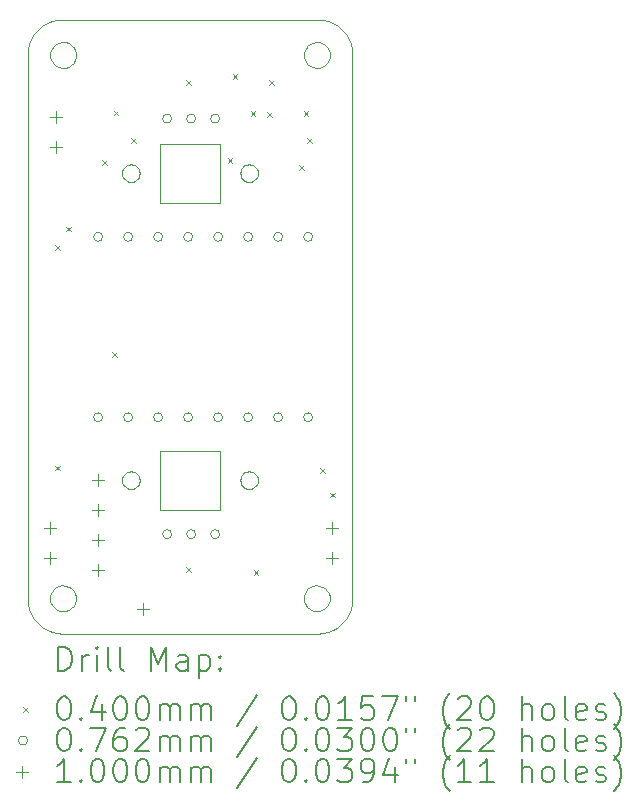
<source format=gbr>
%TF.GenerationSoftware,KiCad,Pcbnew,7.0.7*%
%TF.CreationDate,2024-10-15T08:59:56-05:00*%
%TF.ProjectId,OM-EPSC3-Micro,4f4d2d45-5053-4433-932d-4d6963726f2e,rev?*%
%TF.SameCoordinates,Original*%
%TF.FileFunction,Drillmap*%
%TF.FilePolarity,Positive*%
%FSLAX45Y45*%
G04 Gerber Fmt 4.5, Leading zero omitted, Abs format (unit mm)*
G04 Created by KiCad (PCBNEW 7.0.7) date 2024-10-15 08:59:56*
%MOMM*%
%LPD*%
G01*
G04 APERTURE LIST*
%ADD10C,0.003779*%
%ADD11C,0.200000*%
%ADD12C,0.040000*%
%ADD13C,0.076200*%
%ADD14C,0.100000*%
G04 APERTURE END LIST*
D10*
X22016500Y-10617700D02*
X22016500Y-10706100D01*
X21489500Y-9156100D02*
X21899100Y-9156100D01*
X22729000Y-10391100D02*
X22718300Y-10399384D01*
X21085000Y-9483500D02*
X21095100Y-9509100D01*
X22701500Y-10493600D02*
X22713500Y-10509100D01*
X21804000Y-10521100D02*
X21819500Y-10509100D01*
X21095100Y-14109100D02*
X21111300Y-14131400D01*
X23235000Y-9428700D02*
X23231500Y-9456100D01*
X21095100Y-9403100D02*
X21085000Y-9428700D01*
X22016500Y-13306100D02*
X22516500Y-13306100D01*
X21729000Y-13121100D02*
X21747100Y-13128500D01*
X21766500Y-10381100D02*
X21747100Y-10383700D01*
X20906200Y-9363400D02*
X20924200Y-9319900D01*
X23641500Y-10617700D02*
X23641500Y-12256100D01*
X21831500Y-10418600D02*
X21827087Y-10412900D01*
X21694300Y-10436211D02*
X21694100Y-10436700D01*
X21144600Y-14352400D02*
X21098800Y-14341400D01*
X21212100Y-9348000D02*
X21184600Y-9346300D01*
X23411600Y-14140900D02*
X23430500Y-14120800D01*
X21899100Y-9156100D02*
X22718300Y-9156100D01*
X21729000Y-12991100D02*
X21713500Y-13003100D01*
X23245100Y-9509100D02*
X23261300Y-9531400D01*
X23641500Y-12256100D02*
X23641500Y-13075300D01*
X23430500Y-13991400D02*
X23411600Y-13971300D01*
X23641500Y-13248368D02*
X23641500Y-13494166D01*
X23334600Y-9565900D02*
X23362100Y-9564200D01*
X23584200Y-14232400D02*
X23553600Y-14268200D01*
X23388300Y-9356600D02*
X23362100Y-9348000D01*
X21015200Y-14298800D02*
X20979400Y-14268200D01*
X21184600Y-9565900D02*
X21212100Y-9564200D01*
X21747100Y-12983700D02*
X21729000Y-12991100D01*
X23282600Y-9549000D02*
X23307500Y-9560700D01*
X21838900Y-10436700D02*
X21831500Y-10418600D01*
X22819500Y-13003100D02*
X22804000Y-12991100D01*
X22804000Y-10521100D02*
X22819500Y-10509100D01*
X21694073Y-13075300D02*
X21694100Y-13075500D01*
X21831500Y-13018600D02*
X21819500Y-13003100D01*
X23428149Y-9388900D02*
X23411600Y-9371300D01*
X21284700Y-9399042D02*
X21280500Y-9391400D01*
X20906200Y-14148800D02*
X20895200Y-14103000D01*
X21111300Y-9380800D02*
X21105416Y-9388900D01*
X23411600Y-9371300D02*
X23388300Y-9356600D01*
X21838927Y-13075300D02*
X21841500Y-13056100D01*
X23517800Y-9213400D02*
X23537500Y-9230239D01*
X21085000Y-14028700D02*
X21081500Y-14056100D01*
X23537500Y-9230239D02*
X23553600Y-9244000D01*
X23641500Y-14056100D02*
X23637800Y-14103000D01*
X23282600Y-13963200D02*
X23261300Y-13980800D01*
X21080277Y-9178465D02*
X21098800Y-9170800D01*
X23307500Y-9351500D02*
X23282600Y-9363200D01*
X22718300Y-10512816D02*
X22729000Y-10521100D01*
X21831500Y-13093600D02*
X21838900Y-13075500D01*
X21280500Y-9520800D02*
X21284700Y-9513158D01*
X23307500Y-9560700D02*
X23332700Y-9565536D01*
X23388300Y-13956599D02*
X23362100Y-13948000D01*
X21079900Y-9178621D02*
X21080277Y-9178465D01*
X20979400Y-14268200D02*
X20948800Y-14232400D01*
X22804000Y-13121100D02*
X22819500Y-13109100D01*
X20948800Y-14232400D02*
X20924200Y-14192300D01*
X21691500Y-13056100D02*
X21694073Y-13075300D01*
X21238300Y-9555600D02*
X21261600Y-9540900D01*
X21085000Y-14083500D02*
X21091234Y-14099300D01*
X23411600Y-13971300D02*
X23388300Y-13956599D01*
X23334600Y-14165900D02*
X23362100Y-14164200D01*
X23443800Y-14015600D02*
X23430500Y-13991400D01*
X21081500Y-14056100D02*
X21085000Y-14083500D01*
X22694100Y-10436700D02*
X22691500Y-10456100D01*
X22701500Y-13093600D02*
X22713500Y-13109100D01*
X21261600Y-9540900D02*
X21280500Y-9520800D01*
X22516500Y-13306100D02*
X22516500Y-13075300D01*
X23362100Y-13948000D02*
X23334600Y-13946300D01*
X22713500Y-13003100D02*
X22701500Y-13018600D01*
X21212100Y-14164200D02*
X21238300Y-14155600D01*
X21284700Y-13999042D02*
X21280500Y-13991400D01*
X22718300Y-9156100D02*
X23127900Y-9156100D01*
X21278149Y-9388900D02*
X21261600Y-9371300D01*
X21238300Y-14155600D02*
X21261600Y-14140900D01*
X20891500Y-10706100D02*
X20891500Y-10617700D01*
X23553600Y-9244000D02*
X23584200Y-9279800D01*
X21144600Y-9159800D02*
X21191500Y-9156100D01*
X21827087Y-10412900D02*
X21819500Y-10403100D01*
X23282600Y-14149000D02*
X23307500Y-14160700D01*
X21157500Y-9351500D02*
X21132600Y-9363200D01*
X22804000Y-10391100D02*
X22785900Y-10383700D01*
X21899100Y-14356100D02*
X21489500Y-14356100D01*
X22694100Y-10475500D02*
X22701500Y-10493600D01*
X23641500Y-13075300D02*
X23641500Y-13248368D01*
X21157500Y-13951500D02*
X21132600Y-13963200D01*
X22516500Y-10617700D02*
X22516500Y-10206100D01*
X21261600Y-9371300D02*
X21238300Y-9356600D01*
X21729000Y-10391100D02*
X21713500Y-10403100D01*
X23517800Y-14298800D02*
X23509160Y-14304100D01*
X21841500Y-13056100D02*
X21838900Y-13036700D01*
X21055300Y-14323400D02*
X21015200Y-14298800D01*
X23626800Y-14148800D02*
X23608800Y-14192300D01*
X22691500Y-10456100D02*
X22694100Y-10475500D01*
X23307500Y-14160700D02*
X23334600Y-14165900D01*
X23641500Y-13494166D02*
X23641500Y-13827551D01*
X23245100Y-9403100D02*
X23235000Y-9428700D01*
X22691500Y-13056100D02*
X22694073Y-13075300D01*
X21238300Y-9356600D02*
X21212100Y-9348000D01*
X22016500Y-10206100D02*
X22016500Y-10617700D01*
X21293800Y-9415600D02*
X21284700Y-9399042D01*
X21838900Y-13075500D02*
X21838927Y-13075300D01*
X21831500Y-10493600D02*
X21838900Y-10475500D01*
X23608800Y-9319900D02*
X23626800Y-9363400D01*
X23450600Y-9469900D02*
X23450600Y-9442300D01*
X22747100Y-12983700D02*
X22729000Y-12991100D01*
X23245100Y-14003100D02*
X23235000Y-14028700D01*
X23450600Y-9442300D02*
X23443800Y-9415600D01*
X20891500Y-10617700D02*
X20891500Y-9456100D01*
X22785900Y-10528500D02*
X22804000Y-10521100D01*
X22016500Y-13075300D02*
X22016500Y-13306100D01*
X23450600Y-14042300D02*
X23443800Y-14015600D01*
X21300600Y-9442300D02*
X21293800Y-9415600D01*
X21184600Y-14165900D02*
X21212100Y-14164200D01*
X23477700Y-14323400D02*
X23434200Y-14341400D01*
X21280500Y-9391400D02*
X21278149Y-9388900D01*
X22016500Y-10706100D02*
X22516500Y-10706100D01*
X22831500Y-13093600D02*
X22838900Y-13075500D01*
X23641500Y-9798500D02*
X23641500Y-10617700D01*
X23537500Y-14281961D02*
X23517800Y-14298800D01*
X22701500Y-10418600D02*
X22694100Y-10436700D01*
X21191500Y-14356100D02*
X21144600Y-14352400D01*
X23434200Y-14341400D02*
X23388400Y-14352400D01*
X23334600Y-13946300D02*
X23332700Y-13946664D01*
X23235000Y-9483500D02*
X23245100Y-9509100D01*
X20948800Y-9279800D02*
X20979400Y-9244000D01*
X20891500Y-12256100D02*
X20891500Y-10706100D01*
X22747100Y-13128500D02*
X22766500Y-13131100D01*
X21157500Y-14160700D02*
X21184600Y-14165900D01*
X22747100Y-10383700D02*
X22729000Y-10391100D01*
X21819500Y-13109100D02*
X21831500Y-13093600D01*
X21838900Y-13036700D02*
X21831500Y-13018600D01*
X22713500Y-13109100D02*
X22718300Y-13112816D01*
X22819500Y-10509100D02*
X22831500Y-10493600D01*
X23637800Y-9409200D02*
X23641500Y-9456100D01*
X22838900Y-13036700D02*
X22831500Y-13018600D01*
X22694100Y-13036700D02*
X22691500Y-13056100D01*
X21280500Y-14120800D02*
X21292316Y-14099300D01*
X23261300Y-9380800D02*
X23255416Y-9388900D01*
X23608800Y-14192300D02*
X23584200Y-14232400D01*
X21055300Y-9188800D02*
X21079900Y-9178621D01*
X20924200Y-9319900D02*
X20948800Y-9279800D01*
X21691500Y-10456100D02*
X21694100Y-10475500D01*
X21132600Y-9363200D02*
X21111300Y-9380800D01*
X22785900Y-10383700D02*
X22766500Y-10381100D01*
X21081500Y-9456100D02*
X21085000Y-9483500D01*
X21184600Y-9346300D02*
X21157500Y-9351500D01*
X21713500Y-10403100D02*
X21705913Y-10412900D01*
X23637800Y-14103000D02*
X23626800Y-14148800D01*
X23443800Y-9496600D02*
X23450600Y-9469900D01*
X23411600Y-9540900D02*
X23430500Y-9520800D01*
X21300600Y-14042300D02*
X21293800Y-14015600D01*
X22831500Y-10418600D02*
X22827087Y-10412900D01*
X22718300Y-14356100D02*
X21899100Y-14356100D01*
X21212100Y-9564200D02*
X21238300Y-9555600D01*
X21694100Y-10436700D02*
X21691500Y-10456100D01*
X21098800Y-14341400D02*
X21079900Y-14333579D01*
X21091234Y-14099300D02*
X21095100Y-14109100D01*
X21300600Y-9469900D02*
X21300600Y-9442300D01*
X23509160Y-14304100D02*
X23477700Y-14323400D01*
X22729000Y-12991100D02*
X22718300Y-12999384D01*
X21085000Y-9428700D02*
X21081500Y-9456100D01*
X21261600Y-14140900D02*
X21280500Y-14120800D01*
X21713500Y-10509100D02*
X21729000Y-10521100D01*
X23261300Y-13980800D02*
X23245100Y-14003100D01*
X23362100Y-14164200D02*
X23388300Y-14155600D01*
X23434200Y-9170800D02*
X23477700Y-9188800D01*
X20979400Y-9244000D02*
X21015200Y-9213400D01*
X23641500Y-9456100D02*
X23641500Y-9798500D01*
X22827087Y-10412900D02*
X22819500Y-10403100D01*
X21701500Y-10493600D02*
X21713500Y-10509100D01*
X21098800Y-9170800D02*
X21144600Y-9159800D01*
X21111300Y-9531400D02*
X21132600Y-9549000D01*
X22729000Y-13121100D02*
X22747100Y-13128500D01*
X21747100Y-10383700D02*
X21729000Y-10391100D01*
X23626800Y-9363400D02*
X23637800Y-9409200D01*
X21261600Y-13971300D02*
X21238300Y-13956599D01*
X22516500Y-10206100D02*
X22016500Y-10206100D01*
X22841500Y-13056100D02*
X22838900Y-13036700D01*
X23442316Y-14099300D02*
X23443800Y-14096600D01*
X22713500Y-10403100D02*
X22701500Y-10418600D01*
X22718300Y-13112816D02*
X22729000Y-13121100D01*
X23430500Y-14120800D02*
X23442316Y-14099300D01*
X22701500Y-13018600D02*
X22694100Y-13036700D01*
X23388300Y-14155600D02*
X23411600Y-14140900D01*
X23282600Y-9363200D02*
X23261300Y-9380800D01*
X21293800Y-14096600D02*
X21300600Y-14069900D01*
X21785900Y-13128500D02*
X21804000Y-13121100D01*
X23443800Y-14096600D02*
X23450600Y-14069900D01*
X23450600Y-14069900D02*
X23450600Y-14042300D01*
X23261300Y-14131400D02*
X23282600Y-14149000D01*
X21132600Y-14149000D02*
X21157500Y-14160700D01*
X21838900Y-10475500D02*
X21841500Y-10456100D01*
X21841500Y-10456100D02*
X21838900Y-10436700D01*
X23235000Y-14083500D02*
X23241234Y-14099300D01*
X21729000Y-10521100D02*
X21747100Y-10528500D01*
X22804000Y-12991100D02*
X22785900Y-12983700D01*
X23388400Y-9159800D02*
X23434200Y-9170800D01*
X21184600Y-13946300D02*
X21157500Y-13951500D01*
X20924200Y-14192300D02*
X20906200Y-14148800D01*
X22831500Y-10493600D02*
X22838900Y-10475500D01*
X20895200Y-14103000D02*
X20891500Y-14056100D01*
X21292316Y-14099300D02*
X21293800Y-14096600D01*
X22516500Y-10706100D02*
X22516500Y-10617700D01*
X21701500Y-13093600D02*
X21713500Y-13109100D01*
X21095100Y-14003100D02*
X21085000Y-14028700D01*
X22841500Y-10456100D02*
X22838900Y-10436700D01*
X22785900Y-13128500D02*
X22804000Y-13121100D01*
X23641500Y-13894500D02*
X23641500Y-14056100D01*
X22729000Y-10521100D02*
X22747100Y-10528500D01*
X21079900Y-14333579D02*
X21055300Y-14323400D01*
X21293800Y-14015600D02*
X21284700Y-13999042D01*
X23231500Y-14056100D02*
X23235000Y-14083500D01*
X21694300Y-10475989D02*
X21701500Y-10493600D01*
X21785900Y-10383700D02*
X21766500Y-10381100D01*
X23209248Y-9156100D02*
X23341500Y-9156100D01*
X21111300Y-14131400D02*
X21132600Y-14149000D01*
X21280500Y-13991400D02*
X21261600Y-13971300D01*
X23341500Y-14356100D02*
X23127900Y-14356100D01*
X23334600Y-9346300D02*
X23307500Y-9351500D01*
X21694100Y-13036700D02*
X21691500Y-13056100D01*
X23307500Y-13951500D02*
X23282600Y-13963200D01*
X21212100Y-13948000D02*
X21184600Y-13946300D01*
X21804000Y-10391100D02*
X21785900Y-10383700D01*
X22785900Y-12983700D02*
X22766500Y-12981100D01*
X21105416Y-9388900D02*
X21095100Y-9403100D01*
X23430500Y-9391400D02*
X23428149Y-9388900D01*
X22838900Y-10436700D02*
X22831500Y-10418600D01*
X21157500Y-9560700D02*
X21184600Y-9565900D01*
X21766500Y-13131100D02*
X21785900Y-13128500D01*
X23332700Y-13946664D02*
X23307500Y-13951500D01*
X22838900Y-13075500D02*
X22838927Y-13075300D01*
X21785900Y-10528500D02*
X21804000Y-10521100D01*
X21804000Y-12991100D02*
X21785900Y-12983700D01*
X22694073Y-13075300D02*
X22694100Y-13075500D01*
X20891500Y-13894500D02*
X20891500Y-12256100D01*
X21132600Y-13963200D02*
X21111300Y-13980800D01*
X22516500Y-12806100D02*
X22016500Y-12806100D01*
X22718300Y-12999384D02*
X22713500Y-13003100D01*
X21819500Y-10509100D02*
X21831500Y-10493600D01*
X23241234Y-14099300D02*
X23245100Y-14109100D01*
X23231500Y-9456100D02*
X23235000Y-9483500D01*
X23443800Y-9415600D02*
X23430500Y-9391400D01*
X21747100Y-10528500D02*
X21766500Y-10531100D01*
X21095100Y-9509100D02*
X21111300Y-9531400D01*
X23362100Y-9564200D02*
X23388300Y-9555600D01*
X23245100Y-14109100D02*
X23261300Y-14131400D01*
X23430500Y-9520800D02*
X23443800Y-9496600D01*
X22747100Y-10528500D02*
X22766500Y-10531100D01*
X21713500Y-13109100D02*
X21729000Y-13121100D01*
X23255416Y-9388900D02*
X23245100Y-9403100D01*
X21489500Y-14356100D02*
X21191500Y-14356100D01*
X22819500Y-10403100D02*
X22804000Y-10391100D01*
X21705913Y-10412900D02*
X21701500Y-10418600D01*
X21819500Y-13003100D02*
X21804000Y-12991100D01*
X22831500Y-13018600D02*
X22819500Y-13003100D01*
X23332700Y-9565536D02*
X23334600Y-9565900D01*
X21694100Y-10475500D02*
X21694300Y-10475989D01*
X22516500Y-13075300D02*
X22516500Y-12806100D01*
X21111300Y-13980800D02*
X21095100Y-14003100D01*
X22766500Y-10531100D02*
X22785900Y-10528500D01*
X22016500Y-12806100D02*
X22016500Y-13075300D01*
X21694100Y-13075500D02*
X21701500Y-13093600D01*
X22838900Y-10475500D02*
X22841500Y-10456100D01*
X22766500Y-10381100D02*
X22747100Y-10383700D01*
X23261300Y-9531400D02*
X23282600Y-9549000D01*
X23641500Y-13827551D02*
X23641500Y-13894500D01*
X20895200Y-9409200D02*
X20906200Y-9363400D01*
X22766500Y-13131100D02*
X22785900Y-13128500D01*
X23341500Y-9156100D02*
X23388400Y-9159800D01*
X21132600Y-9549000D02*
X21157500Y-9560700D01*
X20891500Y-9456100D02*
X20895200Y-9409200D01*
X21300600Y-14069900D02*
X21300600Y-14042300D01*
X22718300Y-10399384D02*
X22713500Y-10403100D01*
X23388400Y-14352400D02*
X23341500Y-14356100D01*
X21238300Y-13956599D02*
X21212100Y-13948000D01*
X23553600Y-14268200D02*
X23537500Y-14281961D01*
X22713500Y-10509100D02*
X22718300Y-10512816D01*
X22766500Y-12981100D02*
X22747100Y-12983700D01*
X23477700Y-9188800D02*
X23517800Y-9213400D01*
X23388300Y-9555600D02*
X23411600Y-9540900D01*
X21701500Y-10418600D02*
X21694300Y-10436211D01*
X21819500Y-10403100D02*
X21804000Y-10391100D01*
X21701500Y-13018600D02*
X21694100Y-13036700D01*
X21191500Y-9156100D02*
X21489500Y-9156100D01*
X21293800Y-9496600D02*
X21300600Y-9469900D01*
X21284700Y-9513158D02*
X21293800Y-9496600D01*
X20891500Y-14056100D02*
X20891500Y-13894500D01*
X23127900Y-14356100D02*
X22718300Y-14356100D01*
X22819500Y-13109100D02*
X22831500Y-13093600D01*
X23584200Y-9279800D02*
X23608800Y-9319900D01*
X23127900Y-9156100D02*
X23209248Y-9156100D01*
X21747100Y-13128500D02*
X21766500Y-13131100D01*
X21804000Y-13121100D02*
X21819500Y-13109100D01*
X21713500Y-13003100D02*
X21701500Y-13018600D01*
X21015200Y-9213400D02*
X21055300Y-9188800D01*
X21785900Y-12983700D02*
X21766500Y-12981100D01*
X22694100Y-13075500D02*
X22701500Y-13093600D01*
X23362100Y-9348000D02*
X23334600Y-9346300D01*
X21766500Y-10531100D02*
X21785900Y-10528500D01*
X22838927Y-13075300D02*
X22841500Y-13056100D01*
X21766500Y-12981100D02*
X21747100Y-12983700D01*
X23235000Y-14028700D02*
X23231500Y-14056100D01*
D11*
D12*
X21125300Y-11063510D02*
X21165300Y-11103510D01*
X21165300Y-11063510D02*
X21125300Y-11103510D01*
X21125500Y-12934000D02*
X21165500Y-12974000D01*
X21165500Y-12934000D02*
X21125500Y-12974000D01*
X21219220Y-10908600D02*
X21259220Y-10948600D01*
X21259220Y-10908600D02*
X21219220Y-10948600D01*
X21523780Y-10347780D02*
X21563780Y-10387780D01*
X21563780Y-10347780D02*
X21523780Y-10387780D01*
X21609260Y-11969920D02*
X21649260Y-12009920D01*
X21649260Y-11969920D02*
X21609260Y-12009920D01*
X21620800Y-9927460D02*
X21660800Y-9967460D01*
X21660800Y-9927460D02*
X21620800Y-9967460D01*
X21768420Y-10159210D02*
X21808420Y-10199210D01*
X21808420Y-10159210D02*
X21768420Y-10199210D01*
X22231670Y-9669680D02*
X22271670Y-9709680D01*
X22271670Y-9669680D02*
X22231670Y-9709680D01*
X22234460Y-13794130D02*
X22274460Y-13834130D01*
X22274460Y-13794130D02*
X22234460Y-13834130D01*
X22586000Y-10330500D02*
X22626000Y-10370500D01*
X22626000Y-10330500D02*
X22586000Y-10370500D01*
X22627130Y-9619870D02*
X22667130Y-9659870D01*
X22667130Y-9619870D02*
X22627130Y-9659870D01*
X22780200Y-9931680D02*
X22820200Y-9971680D01*
X22820200Y-9931680D02*
X22780200Y-9971680D01*
X22806250Y-13820070D02*
X22846250Y-13860070D01*
X22846250Y-13820070D02*
X22806250Y-13860070D01*
X22916590Y-9937230D02*
X22956590Y-9977230D01*
X22956590Y-9937230D02*
X22916590Y-9977230D01*
X22935400Y-9670360D02*
X22975400Y-9710360D01*
X22975400Y-9670360D02*
X22935400Y-9710360D01*
X23193000Y-10387650D02*
X23233000Y-10427650D01*
X23233000Y-10387650D02*
X23193000Y-10427650D01*
X23227670Y-9933460D02*
X23267670Y-9973460D01*
X23267670Y-9933460D02*
X23227670Y-9973460D01*
X23259510Y-10161200D02*
X23299510Y-10201200D01*
X23299510Y-10161200D02*
X23259510Y-10201200D01*
X23370860Y-12953100D02*
X23410860Y-12993100D01*
X23410860Y-12953100D02*
X23370860Y-12993100D01*
X23454070Y-13161640D02*
X23494070Y-13201640D01*
X23494070Y-13161640D02*
X23454070Y-13201640D01*
D13*
X21526500Y-10996600D02*
G75*
G03*
X21526500Y-10996600I-38100J0D01*
G01*
X21526500Y-12523800D02*
G75*
G03*
X21526500Y-12523800I-38100J0D01*
G01*
X21780500Y-10996600D02*
G75*
G03*
X21780500Y-10996600I-38100J0D01*
G01*
X21780500Y-12523800D02*
G75*
G03*
X21780500Y-12523800I-38100J0D01*
G01*
X22034500Y-10996600D02*
G75*
G03*
X22034500Y-10996600I-38100J0D01*
G01*
X22034500Y-12523800D02*
G75*
G03*
X22034500Y-12523800I-38100J0D01*
G01*
X22110700Y-9994900D02*
G75*
G03*
X22110700Y-9994900I-38100J0D01*
G01*
X22110700Y-13512800D02*
G75*
G03*
X22110700Y-13512800I-38100J0D01*
G01*
X22288500Y-10996600D02*
G75*
G03*
X22288500Y-10996600I-38100J0D01*
G01*
X22288500Y-12523800D02*
G75*
G03*
X22288500Y-12523800I-38100J0D01*
G01*
X22313900Y-9994900D02*
G75*
G03*
X22313900Y-9994900I-38100J0D01*
G01*
X22313900Y-13512800D02*
G75*
G03*
X22313900Y-13512800I-38100J0D01*
G01*
X22517100Y-9994900D02*
G75*
G03*
X22517100Y-9994900I-38100J0D01*
G01*
X22517100Y-13512800D02*
G75*
G03*
X22517100Y-13512800I-38100J0D01*
G01*
X22542500Y-10996600D02*
G75*
G03*
X22542500Y-10996600I-38100J0D01*
G01*
X22542500Y-12523800D02*
G75*
G03*
X22542500Y-12523800I-38100J0D01*
G01*
X22796500Y-10996600D02*
G75*
G03*
X22796500Y-10996600I-38100J0D01*
G01*
X22796500Y-12523800D02*
G75*
G03*
X22796500Y-12523800I-38100J0D01*
G01*
X23050500Y-10996600D02*
G75*
G03*
X23050500Y-10996600I-38100J0D01*
G01*
X23050500Y-12523800D02*
G75*
G03*
X23050500Y-12523800I-38100J0D01*
G01*
X23304500Y-10996600D02*
G75*
G03*
X23304500Y-10996600I-38100J0D01*
G01*
X23304500Y-12523800D02*
G75*
G03*
X23304500Y-12523800I-38100J0D01*
G01*
D14*
X21082000Y-13412000D02*
X21082000Y-13512000D01*
X21032000Y-13462000D02*
X21132000Y-13462000D01*
X21082000Y-13666000D02*
X21082000Y-13766000D01*
X21032000Y-13716000D02*
X21132000Y-13716000D01*
X21132800Y-9934200D02*
X21132800Y-10034200D01*
X21082800Y-9984200D02*
X21182800Y-9984200D01*
X21132800Y-10184200D02*
X21132800Y-10284200D01*
X21082800Y-10234200D02*
X21182800Y-10234200D01*
X21488400Y-13005600D02*
X21488400Y-13105600D01*
X21438400Y-13055600D02*
X21538400Y-13055600D01*
X21488400Y-13259600D02*
X21488400Y-13359600D01*
X21438400Y-13309600D02*
X21538400Y-13309600D01*
X21488400Y-13513600D02*
X21488400Y-13613600D01*
X21438400Y-13563600D02*
X21538400Y-13563600D01*
X21488400Y-13767600D02*
X21488400Y-13867600D01*
X21438400Y-13817600D02*
X21538400Y-13817600D01*
X21869400Y-14097800D02*
X21869400Y-14197800D01*
X21819400Y-14147800D02*
X21919400Y-14147800D01*
X23469600Y-13412000D02*
X23469600Y-13512000D01*
X23419600Y-13462000D02*
X23519600Y-13462000D01*
X23469600Y-13666000D02*
X23469600Y-13766000D01*
X23419600Y-13716000D02*
X23519600Y-13716000D01*
D11*
X21152088Y-14667772D02*
X21152088Y-14467772D01*
X21152088Y-14467772D02*
X21199707Y-14467772D01*
X21199707Y-14467772D02*
X21228278Y-14477296D01*
X21228278Y-14477296D02*
X21247326Y-14496344D01*
X21247326Y-14496344D02*
X21256850Y-14515391D01*
X21256850Y-14515391D02*
X21266374Y-14553487D01*
X21266374Y-14553487D02*
X21266374Y-14582058D01*
X21266374Y-14582058D02*
X21256850Y-14620153D01*
X21256850Y-14620153D02*
X21247326Y-14639201D01*
X21247326Y-14639201D02*
X21228278Y-14658249D01*
X21228278Y-14658249D02*
X21199707Y-14667772D01*
X21199707Y-14667772D02*
X21152088Y-14667772D01*
X21352088Y-14667772D02*
X21352088Y-14534439D01*
X21352088Y-14572534D02*
X21361612Y-14553487D01*
X21361612Y-14553487D02*
X21371136Y-14543963D01*
X21371136Y-14543963D02*
X21390183Y-14534439D01*
X21390183Y-14534439D02*
X21409231Y-14534439D01*
X21475897Y-14667772D02*
X21475897Y-14534439D01*
X21475897Y-14467772D02*
X21466374Y-14477296D01*
X21466374Y-14477296D02*
X21475897Y-14486820D01*
X21475897Y-14486820D02*
X21485421Y-14477296D01*
X21485421Y-14477296D02*
X21475897Y-14467772D01*
X21475897Y-14467772D02*
X21475897Y-14486820D01*
X21599707Y-14667772D02*
X21580659Y-14658249D01*
X21580659Y-14658249D02*
X21571136Y-14639201D01*
X21571136Y-14639201D02*
X21571136Y-14467772D01*
X21704469Y-14667772D02*
X21685421Y-14658249D01*
X21685421Y-14658249D02*
X21675897Y-14639201D01*
X21675897Y-14639201D02*
X21675897Y-14467772D01*
X21933040Y-14667772D02*
X21933040Y-14467772D01*
X21933040Y-14467772D02*
X21999707Y-14610630D01*
X21999707Y-14610630D02*
X22066374Y-14467772D01*
X22066374Y-14467772D02*
X22066374Y-14667772D01*
X22247326Y-14667772D02*
X22247326Y-14563011D01*
X22247326Y-14563011D02*
X22237802Y-14543963D01*
X22237802Y-14543963D02*
X22218755Y-14534439D01*
X22218755Y-14534439D02*
X22180659Y-14534439D01*
X22180659Y-14534439D02*
X22161612Y-14543963D01*
X22247326Y-14658249D02*
X22228278Y-14667772D01*
X22228278Y-14667772D02*
X22180659Y-14667772D01*
X22180659Y-14667772D02*
X22161612Y-14658249D01*
X22161612Y-14658249D02*
X22152088Y-14639201D01*
X22152088Y-14639201D02*
X22152088Y-14620153D01*
X22152088Y-14620153D02*
X22161612Y-14601106D01*
X22161612Y-14601106D02*
X22180659Y-14591582D01*
X22180659Y-14591582D02*
X22228278Y-14591582D01*
X22228278Y-14591582D02*
X22247326Y-14582058D01*
X22342564Y-14534439D02*
X22342564Y-14734439D01*
X22342564Y-14543963D02*
X22361612Y-14534439D01*
X22361612Y-14534439D02*
X22399707Y-14534439D01*
X22399707Y-14534439D02*
X22418755Y-14543963D01*
X22418755Y-14543963D02*
X22428278Y-14553487D01*
X22428278Y-14553487D02*
X22437802Y-14572534D01*
X22437802Y-14572534D02*
X22437802Y-14629677D01*
X22437802Y-14629677D02*
X22428278Y-14648725D01*
X22428278Y-14648725D02*
X22418755Y-14658249D01*
X22418755Y-14658249D02*
X22399707Y-14667772D01*
X22399707Y-14667772D02*
X22361612Y-14667772D01*
X22361612Y-14667772D02*
X22342564Y-14658249D01*
X22523516Y-14648725D02*
X22533040Y-14658249D01*
X22533040Y-14658249D02*
X22523516Y-14667772D01*
X22523516Y-14667772D02*
X22513993Y-14658249D01*
X22513993Y-14658249D02*
X22523516Y-14648725D01*
X22523516Y-14648725D02*
X22523516Y-14667772D01*
X22523516Y-14543963D02*
X22533040Y-14553487D01*
X22533040Y-14553487D02*
X22523516Y-14563011D01*
X22523516Y-14563011D02*
X22513993Y-14553487D01*
X22513993Y-14553487D02*
X22523516Y-14543963D01*
X22523516Y-14543963D02*
X22523516Y-14563011D01*
D12*
X20851311Y-14976289D02*
X20891311Y-15016289D01*
X20891311Y-14976289D02*
X20851311Y-15016289D01*
D11*
X21190183Y-14887772D02*
X21209231Y-14887772D01*
X21209231Y-14887772D02*
X21228278Y-14897296D01*
X21228278Y-14897296D02*
X21237802Y-14906820D01*
X21237802Y-14906820D02*
X21247326Y-14925868D01*
X21247326Y-14925868D02*
X21256850Y-14963963D01*
X21256850Y-14963963D02*
X21256850Y-15011582D01*
X21256850Y-15011582D02*
X21247326Y-15049677D01*
X21247326Y-15049677D02*
X21237802Y-15068725D01*
X21237802Y-15068725D02*
X21228278Y-15078249D01*
X21228278Y-15078249D02*
X21209231Y-15087772D01*
X21209231Y-15087772D02*
X21190183Y-15087772D01*
X21190183Y-15087772D02*
X21171136Y-15078249D01*
X21171136Y-15078249D02*
X21161612Y-15068725D01*
X21161612Y-15068725D02*
X21152088Y-15049677D01*
X21152088Y-15049677D02*
X21142564Y-15011582D01*
X21142564Y-15011582D02*
X21142564Y-14963963D01*
X21142564Y-14963963D02*
X21152088Y-14925868D01*
X21152088Y-14925868D02*
X21161612Y-14906820D01*
X21161612Y-14906820D02*
X21171136Y-14897296D01*
X21171136Y-14897296D02*
X21190183Y-14887772D01*
X21342564Y-15068725D02*
X21352088Y-15078249D01*
X21352088Y-15078249D02*
X21342564Y-15087772D01*
X21342564Y-15087772D02*
X21333040Y-15078249D01*
X21333040Y-15078249D02*
X21342564Y-15068725D01*
X21342564Y-15068725D02*
X21342564Y-15087772D01*
X21523517Y-14954439D02*
X21523517Y-15087772D01*
X21475897Y-14878249D02*
X21428278Y-15021106D01*
X21428278Y-15021106D02*
X21552088Y-15021106D01*
X21666374Y-14887772D02*
X21685421Y-14887772D01*
X21685421Y-14887772D02*
X21704469Y-14897296D01*
X21704469Y-14897296D02*
X21713993Y-14906820D01*
X21713993Y-14906820D02*
X21723517Y-14925868D01*
X21723517Y-14925868D02*
X21733040Y-14963963D01*
X21733040Y-14963963D02*
X21733040Y-15011582D01*
X21733040Y-15011582D02*
X21723517Y-15049677D01*
X21723517Y-15049677D02*
X21713993Y-15068725D01*
X21713993Y-15068725D02*
X21704469Y-15078249D01*
X21704469Y-15078249D02*
X21685421Y-15087772D01*
X21685421Y-15087772D02*
X21666374Y-15087772D01*
X21666374Y-15087772D02*
X21647326Y-15078249D01*
X21647326Y-15078249D02*
X21637802Y-15068725D01*
X21637802Y-15068725D02*
X21628278Y-15049677D01*
X21628278Y-15049677D02*
X21618755Y-15011582D01*
X21618755Y-15011582D02*
X21618755Y-14963963D01*
X21618755Y-14963963D02*
X21628278Y-14925868D01*
X21628278Y-14925868D02*
X21637802Y-14906820D01*
X21637802Y-14906820D02*
X21647326Y-14897296D01*
X21647326Y-14897296D02*
X21666374Y-14887772D01*
X21856850Y-14887772D02*
X21875898Y-14887772D01*
X21875898Y-14887772D02*
X21894945Y-14897296D01*
X21894945Y-14897296D02*
X21904469Y-14906820D01*
X21904469Y-14906820D02*
X21913993Y-14925868D01*
X21913993Y-14925868D02*
X21923517Y-14963963D01*
X21923517Y-14963963D02*
X21923517Y-15011582D01*
X21923517Y-15011582D02*
X21913993Y-15049677D01*
X21913993Y-15049677D02*
X21904469Y-15068725D01*
X21904469Y-15068725D02*
X21894945Y-15078249D01*
X21894945Y-15078249D02*
X21875898Y-15087772D01*
X21875898Y-15087772D02*
X21856850Y-15087772D01*
X21856850Y-15087772D02*
X21837802Y-15078249D01*
X21837802Y-15078249D02*
X21828278Y-15068725D01*
X21828278Y-15068725D02*
X21818755Y-15049677D01*
X21818755Y-15049677D02*
X21809231Y-15011582D01*
X21809231Y-15011582D02*
X21809231Y-14963963D01*
X21809231Y-14963963D02*
X21818755Y-14925868D01*
X21818755Y-14925868D02*
X21828278Y-14906820D01*
X21828278Y-14906820D02*
X21837802Y-14897296D01*
X21837802Y-14897296D02*
X21856850Y-14887772D01*
X22009231Y-15087772D02*
X22009231Y-14954439D01*
X22009231Y-14973487D02*
X22018755Y-14963963D01*
X22018755Y-14963963D02*
X22037802Y-14954439D01*
X22037802Y-14954439D02*
X22066374Y-14954439D01*
X22066374Y-14954439D02*
X22085421Y-14963963D01*
X22085421Y-14963963D02*
X22094945Y-14983011D01*
X22094945Y-14983011D02*
X22094945Y-15087772D01*
X22094945Y-14983011D02*
X22104469Y-14963963D01*
X22104469Y-14963963D02*
X22123517Y-14954439D01*
X22123517Y-14954439D02*
X22152088Y-14954439D01*
X22152088Y-14954439D02*
X22171136Y-14963963D01*
X22171136Y-14963963D02*
X22180659Y-14983011D01*
X22180659Y-14983011D02*
X22180659Y-15087772D01*
X22275898Y-15087772D02*
X22275898Y-14954439D01*
X22275898Y-14973487D02*
X22285421Y-14963963D01*
X22285421Y-14963963D02*
X22304469Y-14954439D01*
X22304469Y-14954439D02*
X22333040Y-14954439D01*
X22333040Y-14954439D02*
X22352088Y-14963963D01*
X22352088Y-14963963D02*
X22361612Y-14983011D01*
X22361612Y-14983011D02*
X22361612Y-15087772D01*
X22361612Y-14983011D02*
X22371136Y-14963963D01*
X22371136Y-14963963D02*
X22390183Y-14954439D01*
X22390183Y-14954439D02*
X22418755Y-14954439D01*
X22418755Y-14954439D02*
X22437802Y-14963963D01*
X22437802Y-14963963D02*
X22447326Y-14983011D01*
X22447326Y-14983011D02*
X22447326Y-15087772D01*
X22837802Y-14878249D02*
X22666374Y-15135391D01*
X23094945Y-14887772D02*
X23113993Y-14887772D01*
X23113993Y-14887772D02*
X23133040Y-14897296D01*
X23133040Y-14897296D02*
X23142564Y-14906820D01*
X23142564Y-14906820D02*
X23152088Y-14925868D01*
X23152088Y-14925868D02*
X23161612Y-14963963D01*
X23161612Y-14963963D02*
X23161612Y-15011582D01*
X23161612Y-15011582D02*
X23152088Y-15049677D01*
X23152088Y-15049677D02*
X23142564Y-15068725D01*
X23142564Y-15068725D02*
X23133040Y-15078249D01*
X23133040Y-15078249D02*
X23113993Y-15087772D01*
X23113993Y-15087772D02*
X23094945Y-15087772D01*
X23094945Y-15087772D02*
X23075898Y-15078249D01*
X23075898Y-15078249D02*
X23066374Y-15068725D01*
X23066374Y-15068725D02*
X23056850Y-15049677D01*
X23056850Y-15049677D02*
X23047326Y-15011582D01*
X23047326Y-15011582D02*
X23047326Y-14963963D01*
X23047326Y-14963963D02*
X23056850Y-14925868D01*
X23056850Y-14925868D02*
X23066374Y-14906820D01*
X23066374Y-14906820D02*
X23075898Y-14897296D01*
X23075898Y-14897296D02*
X23094945Y-14887772D01*
X23247326Y-15068725D02*
X23256850Y-15078249D01*
X23256850Y-15078249D02*
X23247326Y-15087772D01*
X23247326Y-15087772D02*
X23237802Y-15078249D01*
X23237802Y-15078249D02*
X23247326Y-15068725D01*
X23247326Y-15068725D02*
X23247326Y-15087772D01*
X23380659Y-14887772D02*
X23399707Y-14887772D01*
X23399707Y-14887772D02*
X23418755Y-14897296D01*
X23418755Y-14897296D02*
X23428279Y-14906820D01*
X23428279Y-14906820D02*
X23437802Y-14925868D01*
X23437802Y-14925868D02*
X23447326Y-14963963D01*
X23447326Y-14963963D02*
X23447326Y-15011582D01*
X23447326Y-15011582D02*
X23437802Y-15049677D01*
X23437802Y-15049677D02*
X23428279Y-15068725D01*
X23428279Y-15068725D02*
X23418755Y-15078249D01*
X23418755Y-15078249D02*
X23399707Y-15087772D01*
X23399707Y-15087772D02*
X23380659Y-15087772D01*
X23380659Y-15087772D02*
X23361612Y-15078249D01*
X23361612Y-15078249D02*
X23352088Y-15068725D01*
X23352088Y-15068725D02*
X23342564Y-15049677D01*
X23342564Y-15049677D02*
X23333040Y-15011582D01*
X23333040Y-15011582D02*
X23333040Y-14963963D01*
X23333040Y-14963963D02*
X23342564Y-14925868D01*
X23342564Y-14925868D02*
X23352088Y-14906820D01*
X23352088Y-14906820D02*
X23361612Y-14897296D01*
X23361612Y-14897296D02*
X23380659Y-14887772D01*
X23637802Y-15087772D02*
X23523517Y-15087772D01*
X23580659Y-15087772D02*
X23580659Y-14887772D01*
X23580659Y-14887772D02*
X23561612Y-14916344D01*
X23561612Y-14916344D02*
X23542564Y-14935391D01*
X23542564Y-14935391D02*
X23523517Y-14944915D01*
X23818755Y-14887772D02*
X23723517Y-14887772D01*
X23723517Y-14887772D02*
X23713993Y-14983011D01*
X23713993Y-14983011D02*
X23723517Y-14973487D01*
X23723517Y-14973487D02*
X23742564Y-14963963D01*
X23742564Y-14963963D02*
X23790183Y-14963963D01*
X23790183Y-14963963D02*
X23809231Y-14973487D01*
X23809231Y-14973487D02*
X23818755Y-14983011D01*
X23818755Y-14983011D02*
X23828279Y-15002058D01*
X23828279Y-15002058D02*
X23828279Y-15049677D01*
X23828279Y-15049677D02*
X23818755Y-15068725D01*
X23818755Y-15068725D02*
X23809231Y-15078249D01*
X23809231Y-15078249D02*
X23790183Y-15087772D01*
X23790183Y-15087772D02*
X23742564Y-15087772D01*
X23742564Y-15087772D02*
X23723517Y-15078249D01*
X23723517Y-15078249D02*
X23713993Y-15068725D01*
X23894945Y-14887772D02*
X24028279Y-14887772D01*
X24028279Y-14887772D02*
X23942564Y-15087772D01*
X24094945Y-14887772D02*
X24094945Y-14925868D01*
X24171136Y-14887772D02*
X24171136Y-14925868D01*
X24466374Y-15163963D02*
X24456850Y-15154439D01*
X24456850Y-15154439D02*
X24437802Y-15125868D01*
X24437802Y-15125868D02*
X24428279Y-15106820D01*
X24428279Y-15106820D02*
X24418755Y-15078249D01*
X24418755Y-15078249D02*
X24409231Y-15030630D01*
X24409231Y-15030630D02*
X24409231Y-14992534D01*
X24409231Y-14992534D02*
X24418755Y-14944915D01*
X24418755Y-14944915D02*
X24428279Y-14916344D01*
X24428279Y-14916344D02*
X24437802Y-14897296D01*
X24437802Y-14897296D02*
X24456850Y-14868725D01*
X24456850Y-14868725D02*
X24466374Y-14859201D01*
X24533041Y-14906820D02*
X24542564Y-14897296D01*
X24542564Y-14897296D02*
X24561612Y-14887772D01*
X24561612Y-14887772D02*
X24609231Y-14887772D01*
X24609231Y-14887772D02*
X24628279Y-14897296D01*
X24628279Y-14897296D02*
X24637802Y-14906820D01*
X24637802Y-14906820D02*
X24647326Y-14925868D01*
X24647326Y-14925868D02*
X24647326Y-14944915D01*
X24647326Y-14944915D02*
X24637802Y-14973487D01*
X24637802Y-14973487D02*
X24523517Y-15087772D01*
X24523517Y-15087772D02*
X24647326Y-15087772D01*
X24771136Y-14887772D02*
X24790183Y-14887772D01*
X24790183Y-14887772D02*
X24809231Y-14897296D01*
X24809231Y-14897296D02*
X24818755Y-14906820D01*
X24818755Y-14906820D02*
X24828279Y-14925868D01*
X24828279Y-14925868D02*
X24837802Y-14963963D01*
X24837802Y-14963963D02*
X24837802Y-15011582D01*
X24837802Y-15011582D02*
X24828279Y-15049677D01*
X24828279Y-15049677D02*
X24818755Y-15068725D01*
X24818755Y-15068725D02*
X24809231Y-15078249D01*
X24809231Y-15078249D02*
X24790183Y-15087772D01*
X24790183Y-15087772D02*
X24771136Y-15087772D01*
X24771136Y-15087772D02*
X24752088Y-15078249D01*
X24752088Y-15078249D02*
X24742564Y-15068725D01*
X24742564Y-15068725D02*
X24733041Y-15049677D01*
X24733041Y-15049677D02*
X24723517Y-15011582D01*
X24723517Y-15011582D02*
X24723517Y-14963963D01*
X24723517Y-14963963D02*
X24733041Y-14925868D01*
X24733041Y-14925868D02*
X24742564Y-14906820D01*
X24742564Y-14906820D02*
X24752088Y-14897296D01*
X24752088Y-14897296D02*
X24771136Y-14887772D01*
X25075898Y-15087772D02*
X25075898Y-14887772D01*
X25161612Y-15087772D02*
X25161612Y-14983011D01*
X25161612Y-14983011D02*
X25152088Y-14963963D01*
X25152088Y-14963963D02*
X25133041Y-14954439D01*
X25133041Y-14954439D02*
X25104469Y-14954439D01*
X25104469Y-14954439D02*
X25085422Y-14963963D01*
X25085422Y-14963963D02*
X25075898Y-14973487D01*
X25285422Y-15087772D02*
X25266374Y-15078249D01*
X25266374Y-15078249D02*
X25256850Y-15068725D01*
X25256850Y-15068725D02*
X25247326Y-15049677D01*
X25247326Y-15049677D02*
X25247326Y-14992534D01*
X25247326Y-14992534D02*
X25256850Y-14973487D01*
X25256850Y-14973487D02*
X25266374Y-14963963D01*
X25266374Y-14963963D02*
X25285422Y-14954439D01*
X25285422Y-14954439D02*
X25313993Y-14954439D01*
X25313993Y-14954439D02*
X25333041Y-14963963D01*
X25333041Y-14963963D02*
X25342564Y-14973487D01*
X25342564Y-14973487D02*
X25352088Y-14992534D01*
X25352088Y-14992534D02*
X25352088Y-15049677D01*
X25352088Y-15049677D02*
X25342564Y-15068725D01*
X25342564Y-15068725D02*
X25333041Y-15078249D01*
X25333041Y-15078249D02*
X25313993Y-15087772D01*
X25313993Y-15087772D02*
X25285422Y-15087772D01*
X25466374Y-15087772D02*
X25447326Y-15078249D01*
X25447326Y-15078249D02*
X25437803Y-15059201D01*
X25437803Y-15059201D02*
X25437803Y-14887772D01*
X25618755Y-15078249D02*
X25599707Y-15087772D01*
X25599707Y-15087772D02*
X25561612Y-15087772D01*
X25561612Y-15087772D02*
X25542564Y-15078249D01*
X25542564Y-15078249D02*
X25533041Y-15059201D01*
X25533041Y-15059201D02*
X25533041Y-14983011D01*
X25533041Y-14983011D02*
X25542564Y-14963963D01*
X25542564Y-14963963D02*
X25561612Y-14954439D01*
X25561612Y-14954439D02*
X25599707Y-14954439D01*
X25599707Y-14954439D02*
X25618755Y-14963963D01*
X25618755Y-14963963D02*
X25628279Y-14983011D01*
X25628279Y-14983011D02*
X25628279Y-15002058D01*
X25628279Y-15002058D02*
X25533041Y-15021106D01*
X25704469Y-15078249D02*
X25723517Y-15087772D01*
X25723517Y-15087772D02*
X25761612Y-15087772D01*
X25761612Y-15087772D02*
X25780660Y-15078249D01*
X25780660Y-15078249D02*
X25790184Y-15059201D01*
X25790184Y-15059201D02*
X25790184Y-15049677D01*
X25790184Y-15049677D02*
X25780660Y-15030630D01*
X25780660Y-15030630D02*
X25761612Y-15021106D01*
X25761612Y-15021106D02*
X25733041Y-15021106D01*
X25733041Y-15021106D02*
X25713993Y-15011582D01*
X25713993Y-15011582D02*
X25704469Y-14992534D01*
X25704469Y-14992534D02*
X25704469Y-14983011D01*
X25704469Y-14983011D02*
X25713993Y-14963963D01*
X25713993Y-14963963D02*
X25733041Y-14954439D01*
X25733041Y-14954439D02*
X25761612Y-14954439D01*
X25761612Y-14954439D02*
X25780660Y-14963963D01*
X25856850Y-15163963D02*
X25866374Y-15154439D01*
X25866374Y-15154439D02*
X25885422Y-15125868D01*
X25885422Y-15125868D02*
X25894945Y-15106820D01*
X25894945Y-15106820D02*
X25904469Y-15078249D01*
X25904469Y-15078249D02*
X25913993Y-15030630D01*
X25913993Y-15030630D02*
X25913993Y-14992534D01*
X25913993Y-14992534D02*
X25904469Y-14944915D01*
X25904469Y-14944915D02*
X25894945Y-14916344D01*
X25894945Y-14916344D02*
X25885422Y-14897296D01*
X25885422Y-14897296D02*
X25866374Y-14868725D01*
X25866374Y-14868725D02*
X25856850Y-14859201D01*
D13*
X20891311Y-15260289D02*
G75*
G03*
X20891311Y-15260289I-38100J0D01*
G01*
D11*
X21190183Y-15151772D02*
X21209231Y-15151772D01*
X21209231Y-15151772D02*
X21228278Y-15161296D01*
X21228278Y-15161296D02*
X21237802Y-15170820D01*
X21237802Y-15170820D02*
X21247326Y-15189868D01*
X21247326Y-15189868D02*
X21256850Y-15227963D01*
X21256850Y-15227963D02*
X21256850Y-15275582D01*
X21256850Y-15275582D02*
X21247326Y-15313677D01*
X21247326Y-15313677D02*
X21237802Y-15332725D01*
X21237802Y-15332725D02*
X21228278Y-15342249D01*
X21228278Y-15342249D02*
X21209231Y-15351772D01*
X21209231Y-15351772D02*
X21190183Y-15351772D01*
X21190183Y-15351772D02*
X21171136Y-15342249D01*
X21171136Y-15342249D02*
X21161612Y-15332725D01*
X21161612Y-15332725D02*
X21152088Y-15313677D01*
X21152088Y-15313677D02*
X21142564Y-15275582D01*
X21142564Y-15275582D02*
X21142564Y-15227963D01*
X21142564Y-15227963D02*
X21152088Y-15189868D01*
X21152088Y-15189868D02*
X21161612Y-15170820D01*
X21161612Y-15170820D02*
X21171136Y-15161296D01*
X21171136Y-15161296D02*
X21190183Y-15151772D01*
X21342564Y-15332725D02*
X21352088Y-15342249D01*
X21352088Y-15342249D02*
X21342564Y-15351772D01*
X21342564Y-15351772D02*
X21333040Y-15342249D01*
X21333040Y-15342249D02*
X21342564Y-15332725D01*
X21342564Y-15332725D02*
X21342564Y-15351772D01*
X21418755Y-15151772D02*
X21552088Y-15151772D01*
X21552088Y-15151772D02*
X21466374Y-15351772D01*
X21713993Y-15151772D02*
X21675897Y-15151772D01*
X21675897Y-15151772D02*
X21656850Y-15161296D01*
X21656850Y-15161296D02*
X21647326Y-15170820D01*
X21647326Y-15170820D02*
X21628278Y-15199391D01*
X21628278Y-15199391D02*
X21618755Y-15237487D01*
X21618755Y-15237487D02*
X21618755Y-15313677D01*
X21618755Y-15313677D02*
X21628278Y-15332725D01*
X21628278Y-15332725D02*
X21637802Y-15342249D01*
X21637802Y-15342249D02*
X21656850Y-15351772D01*
X21656850Y-15351772D02*
X21694945Y-15351772D01*
X21694945Y-15351772D02*
X21713993Y-15342249D01*
X21713993Y-15342249D02*
X21723517Y-15332725D01*
X21723517Y-15332725D02*
X21733040Y-15313677D01*
X21733040Y-15313677D02*
X21733040Y-15266058D01*
X21733040Y-15266058D02*
X21723517Y-15247011D01*
X21723517Y-15247011D02*
X21713993Y-15237487D01*
X21713993Y-15237487D02*
X21694945Y-15227963D01*
X21694945Y-15227963D02*
X21656850Y-15227963D01*
X21656850Y-15227963D02*
X21637802Y-15237487D01*
X21637802Y-15237487D02*
X21628278Y-15247011D01*
X21628278Y-15247011D02*
X21618755Y-15266058D01*
X21809231Y-15170820D02*
X21818755Y-15161296D01*
X21818755Y-15161296D02*
X21837802Y-15151772D01*
X21837802Y-15151772D02*
X21885421Y-15151772D01*
X21885421Y-15151772D02*
X21904469Y-15161296D01*
X21904469Y-15161296D02*
X21913993Y-15170820D01*
X21913993Y-15170820D02*
X21923517Y-15189868D01*
X21923517Y-15189868D02*
X21923517Y-15208915D01*
X21923517Y-15208915D02*
X21913993Y-15237487D01*
X21913993Y-15237487D02*
X21799707Y-15351772D01*
X21799707Y-15351772D02*
X21923517Y-15351772D01*
X22009231Y-15351772D02*
X22009231Y-15218439D01*
X22009231Y-15237487D02*
X22018755Y-15227963D01*
X22018755Y-15227963D02*
X22037802Y-15218439D01*
X22037802Y-15218439D02*
X22066374Y-15218439D01*
X22066374Y-15218439D02*
X22085421Y-15227963D01*
X22085421Y-15227963D02*
X22094945Y-15247011D01*
X22094945Y-15247011D02*
X22094945Y-15351772D01*
X22094945Y-15247011D02*
X22104469Y-15227963D01*
X22104469Y-15227963D02*
X22123517Y-15218439D01*
X22123517Y-15218439D02*
X22152088Y-15218439D01*
X22152088Y-15218439D02*
X22171136Y-15227963D01*
X22171136Y-15227963D02*
X22180659Y-15247011D01*
X22180659Y-15247011D02*
X22180659Y-15351772D01*
X22275898Y-15351772D02*
X22275898Y-15218439D01*
X22275898Y-15237487D02*
X22285421Y-15227963D01*
X22285421Y-15227963D02*
X22304469Y-15218439D01*
X22304469Y-15218439D02*
X22333040Y-15218439D01*
X22333040Y-15218439D02*
X22352088Y-15227963D01*
X22352088Y-15227963D02*
X22361612Y-15247011D01*
X22361612Y-15247011D02*
X22361612Y-15351772D01*
X22361612Y-15247011D02*
X22371136Y-15227963D01*
X22371136Y-15227963D02*
X22390183Y-15218439D01*
X22390183Y-15218439D02*
X22418755Y-15218439D01*
X22418755Y-15218439D02*
X22437802Y-15227963D01*
X22437802Y-15227963D02*
X22447326Y-15247011D01*
X22447326Y-15247011D02*
X22447326Y-15351772D01*
X22837802Y-15142249D02*
X22666374Y-15399391D01*
X23094945Y-15151772D02*
X23113993Y-15151772D01*
X23113993Y-15151772D02*
X23133040Y-15161296D01*
X23133040Y-15161296D02*
X23142564Y-15170820D01*
X23142564Y-15170820D02*
X23152088Y-15189868D01*
X23152088Y-15189868D02*
X23161612Y-15227963D01*
X23161612Y-15227963D02*
X23161612Y-15275582D01*
X23161612Y-15275582D02*
X23152088Y-15313677D01*
X23152088Y-15313677D02*
X23142564Y-15332725D01*
X23142564Y-15332725D02*
X23133040Y-15342249D01*
X23133040Y-15342249D02*
X23113993Y-15351772D01*
X23113993Y-15351772D02*
X23094945Y-15351772D01*
X23094945Y-15351772D02*
X23075898Y-15342249D01*
X23075898Y-15342249D02*
X23066374Y-15332725D01*
X23066374Y-15332725D02*
X23056850Y-15313677D01*
X23056850Y-15313677D02*
X23047326Y-15275582D01*
X23047326Y-15275582D02*
X23047326Y-15227963D01*
X23047326Y-15227963D02*
X23056850Y-15189868D01*
X23056850Y-15189868D02*
X23066374Y-15170820D01*
X23066374Y-15170820D02*
X23075898Y-15161296D01*
X23075898Y-15161296D02*
X23094945Y-15151772D01*
X23247326Y-15332725D02*
X23256850Y-15342249D01*
X23256850Y-15342249D02*
X23247326Y-15351772D01*
X23247326Y-15351772D02*
X23237802Y-15342249D01*
X23237802Y-15342249D02*
X23247326Y-15332725D01*
X23247326Y-15332725D02*
X23247326Y-15351772D01*
X23380659Y-15151772D02*
X23399707Y-15151772D01*
X23399707Y-15151772D02*
X23418755Y-15161296D01*
X23418755Y-15161296D02*
X23428279Y-15170820D01*
X23428279Y-15170820D02*
X23437802Y-15189868D01*
X23437802Y-15189868D02*
X23447326Y-15227963D01*
X23447326Y-15227963D02*
X23447326Y-15275582D01*
X23447326Y-15275582D02*
X23437802Y-15313677D01*
X23437802Y-15313677D02*
X23428279Y-15332725D01*
X23428279Y-15332725D02*
X23418755Y-15342249D01*
X23418755Y-15342249D02*
X23399707Y-15351772D01*
X23399707Y-15351772D02*
X23380659Y-15351772D01*
X23380659Y-15351772D02*
X23361612Y-15342249D01*
X23361612Y-15342249D02*
X23352088Y-15332725D01*
X23352088Y-15332725D02*
X23342564Y-15313677D01*
X23342564Y-15313677D02*
X23333040Y-15275582D01*
X23333040Y-15275582D02*
X23333040Y-15227963D01*
X23333040Y-15227963D02*
X23342564Y-15189868D01*
X23342564Y-15189868D02*
X23352088Y-15170820D01*
X23352088Y-15170820D02*
X23361612Y-15161296D01*
X23361612Y-15161296D02*
X23380659Y-15151772D01*
X23513993Y-15151772D02*
X23637802Y-15151772D01*
X23637802Y-15151772D02*
X23571136Y-15227963D01*
X23571136Y-15227963D02*
X23599707Y-15227963D01*
X23599707Y-15227963D02*
X23618755Y-15237487D01*
X23618755Y-15237487D02*
X23628279Y-15247011D01*
X23628279Y-15247011D02*
X23637802Y-15266058D01*
X23637802Y-15266058D02*
X23637802Y-15313677D01*
X23637802Y-15313677D02*
X23628279Y-15332725D01*
X23628279Y-15332725D02*
X23618755Y-15342249D01*
X23618755Y-15342249D02*
X23599707Y-15351772D01*
X23599707Y-15351772D02*
X23542564Y-15351772D01*
X23542564Y-15351772D02*
X23523517Y-15342249D01*
X23523517Y-15342249D02*
X23513993Y-15332725D01*
X23761612Y-15151772D02*
X23780660Y-15151772D01*
X23780660Y-15151772D02*
X23799707Y-15161296D01*
X23799707Y-15161296D02*
X23809231Y-15170820D01*
X23809231Y-15170820D02*
X23818755Y-15189868D01*
X23818755Y-15189868D02*
X23828279Y-15227963D01*
X23828279Y-15227963D02*
X23828279Y-15275582D01*
X23828279Y-15275582D02*
X23818755Y-15313677D01*
X23818755Y-15313677D02*
X23809231Y-15332725D01*
X23809231Y-15332725D02*
X23799707Y-15342249D01*
X23799707Y-15342249D02*
X23780660Y-15351772D01*
X23780660Y-15351772D02*
X23761612Y-15351772D01*
X23761612Y-15351772D02*
X23742564Y-15342249D01*
X23742564Y-15342249D02*
X23733040Y-15332725D01*
X23733040Y-15332725D02*
X23723517Y-15313677D01*
X23723517Y-15313677D02*
X23713993Y-15275582D01*
X23713993Y-15275582D02*
X23713993Y-15227963D01*
X23713993Y-15227963D02*
X23723517Y-15189868D01*
X23723517Y-15189868D02*
X23733040Y-15170820D01*
X23733040Y-15170820D02*
X23742564Y-15161296D01*
X23742564Y-15161296D02*
X23761612Y-15151772D01*
X23952088Y-15151772D02*
X23971136Y-15151772D01*
X23971136Y-15151772D02*
X23990183Y-15161296D01*
X23990183Y-15161296D02*
X23999707Y-15170820D01*
X23999707Y-15170820D02*
X24009231Y-15189868D01*
X24009231Y-15189868D02*
X24018755Y-15227963D01*
X24018755Y-15227963D02*
X24018755Y-15275582D01*
X24018755Y-15275582D02*
X24009231Y-15313677D01*
X24009231Y-15313677D02*
X23999707Y-15332725D01*
X23999707Y-15332725D02*
X23990183Y-15342249D01*
X23990183Y-15342249D02*
X23971136Y-15351772D01*
X23971136Y-15351772D02*
X23952088Y-15351772D01*
X23952088Y-15351772D02*
X23933040Y-15342249D01*
X23933040Y-15342249D02*
X23923517Y-15332725D01*
X23923517Y-15332725D02*
X23913993Y-15313677D01*
X23913993Y-15313677D02*
X23904469Y-15275582D01*
X23904469Y-15275582D02*
X23904469Y-15227963D01*
X23904469Y-15227963D02*
X23913993Y-15189868D01*
X23913993Y-15189868D02*
X23923517Y-15170820D01*
X23923517Y-15170820D02*
X23933040Y-15161296D01*
X23933040Y-15161296D02*
X23952088Y-15151772D01*
X24094945Y-15151772D02*
X24094945Y-15189868D01*
X24171136Y-15151772D02*
X24171136Y-15189868D01*
X24466374Y-15427963D02*
X24456850Y-15418439D01*
X24456850Y-15418439D02*
X24437802Y-15389868D01*
X24437802Y-15389868D02*
X24428279Y-15370820D01*
X24428279Y-15370820D02*
X24418755Y-15342249D01*
X24418755Y-15342249D02*
X24409231Y-15294630D01*
X24409231Y-15294630D02*
X24409231Y-15256534D01*
X24409231Y-15256534D02*
X24418755Y-15208915D01*
X24418755Y-15208915D02*
X24428279Y-15180344D01*
X24428279Y-15180344D02*
X24437802Y-15161296D01*
X24437802Y-15161296D02*
X24456850Y-15132725D01*
X24456850Y-15132725D02*
X24466374Y-15123201D01*
X24533041Y-15170820D02*
X24542564Y-15161296D01*
X24542564Y-15161296D02*
X24561612Y-15151772D01*
X24561612Y-15151772D02*
X24609231Y-15151772D01*
X24609231Y-15151772D02*
X24628279Y-15161296D01*
X24628279Y-15161296D02*
X24637802Y-15170820D01*
X24637802Y-15170820D02*
X24647326Y-15189868D01*
X24647326Y-15189868D02*
X24647326Y-15208915D01*
X24647326Y-15208915D02*
X24637802Y-15237487D01*
X24637802Y-15237487D02*
X24523517Y-15351772D01*
X24523517Y-15351772D02*
X24647326Y-15351772D01*
X24723517Y-15170820D02*
X24733041Y-15161296D01*
X24733041Y-15161296D02*
X24752088Y-15151772D01*
X24752088Y-15151772D02*
X24799707Y-15151772D01*
X24799707Y-15151772D02*
X24818755Y-15161296D01*
X24818755Y-15161296D02*
X24828279Y-15170820D01*
X24828279Y-15170820D02*
X24837802Y-15189868D01*
X24837802Y-15189868D02*
X24837802Y-15208915D01*
X24837802Y-15208915D02*
X24828279Y-15237487D01*
X24828279Y-15237487D02*
X24713993Y-15351772D01*
X24713993Y-15351772D02*
X24837802Y-15351772D01*
X25075898Y-15351772D02*
X25075898Y-15151772D01*
X25161612Y-15351772D02*
X25161612Y-15247011D01*
X25161612Y-15247011D02*
X25152088Y-15227963D01*
X25152088Y-15227963D02*
X25133041Y-15218439D01*
X25133041Y-15218439D02*
X25104469Y-15218439D01*
X25104469Y-15218439D02*
X25085422Y-15227963D01*
X25085422Y-15227963D02*
X25075898Y-15237487D01*
X25285422Y-15351772D02*
X25266374Y-15342249D01*
X25266374Y-15342249D02*
X25256850Y-15332725D01*
X25256850Y-15332725D02*
X25247326Y-15313677D01*
X25247326Y-15313677D02*
X25247326Y-15256534D01*
X25247326Y-15256534D02*
X25256850Y-15237487D01*
X25256850Y-15237487D02*
X25266374Y-15227963D01*
X25266374Y-15227963D02*
X25285422Y-15218439D01*
X25285422Y-15218439D02*
X25313993Y-15218439D01*
X25313993Y-15218439D02*
X25333041Y-15227963D01*
X25333041Y-15227963D02*
X25342564Y-15237487D01*
X25342564Y-15237487D02*
X25352088Y-15256534D01*
X25352088Y-15256534D02*
X25352088Y-15313677D01*
X25352088Y-15313677D02*
X25342564Y-15332725D01*
X25342564Y-15332725D02*
X25333041Y-15342249D01*
X25333041Y-15342249D02*
X25313993Y-15351772D01*
X25313993Y-15351772D02*
X25285422Y-15351772D01*
X25466374Y-15351772D02*
X25447326Y-15342249D01*
X25447326Y-15342249D02*
X25437803Y-15323201D01*
X25437803Y-15323201D02*
X25437803Y-15151772D01*
X25618755Y-15342249D02*
X25599707Y-15351772D01*
X25599707Y-15351772D02*
X25561612Y-15351772D01*
X25561612Y-15351772D02*
X25542564Y-15342249D01*
X25542564Y-15342249D02*
X25533041Y-15323201D01*
X25533041Y-15323201D02*
X25533041Y-15247011D01*
X25533041Y-15247011D02*
X25542564Y-15227963D01*
X25542564Y-15227963D02*
X25561612Y-15218439D01*
X25561612Y-15218439D02*
X25599707Y-15218439D01*
X25599707Y-15218439D02*
X25618755Y-15227963D01*
X25618755Y-15227963D02*
X25628279Y-15247011D01*
X25628279Y-15247011D02*
X25628279Y-15266058D01*
X25628279Y-15266058D02*
X25533041Y-15285106D01*
X25704469Y-15342249D02*
X25723517Y-15351772D01*
X25723517Y-15351772D02*
X25761612Y-15351772D01*
X25761612Y-15351772D02*
X25780660Y-15342249D01*
X25780660Y-15342249D02*
X25790184Y-15323201D01*
X25790184Y-15323201D02*
X25790184Y-15313677D01*
X25790184Y-15313677D02*
X25780660Y-15294630D01*
X25780660Y-15294630D02*
X25761612Y-15285106D01*
X25761612Y-15285106D02*
X25733041Y-15285106D01*
X25733041Y-15285106D02*
X25713993Y-15275582D01*
X25713993Y-15275582D02*
X25704469Y-15256534D01*
X25704469Y-15256534D02*
X25704469Y-15247011D01*
X25704469Y-15247011D02*
X25713993Y-15227963D01*
X25713993Y-15227963D02*
X25733041Y-15218439D01*
X25733041Y-15218439D02*
X25761612Y-15218439D01*
X25761612Y-15218439D02*
X25780660Y-15227963D01*
X25856850Y-15427963D02*
X25866374Y-15418439D01*
X25866374Y-15418439D02*
X25885422Y-15389868D01*
X25885422Y-15389868D02*
X25894945Y-15370820D01*
X25894945Y-15370820D02*
X25904469Y-15342249D01*
X25904469Y-15342249D02*
X25913993Y-15294630D01*
X25913993Y-15294630D02*
X25913993Y-15256534D01*
X25913993Y-15256534D02*
X25904469Y-15208915D01*
X25904469Y-15208915D02*
X25894945Y-15180344D01*
X25894945Y-15180344D02*
X25885422Y-15161296D01*
X25885422Y-15161296D02*
X25866374Y-15132725D01*
X25866374Y-15132725D02*
X25856850Y-15123201D01*
D14*
X20841311Y-15474289D02*
X20841311Y-15574289D01*
X20791311Y-15524289D02*
X20891311Y-15524289D01*
D11*
X21256850Y-15615772D02*
X21142564Y-15615772D01*
X21199707Y-15615772D02*
X21199707Y-15415772D01*
X21199707Y-15415772D02*
X21180659Y-15444344D01*
X21180659Y-15444344D02*
X21161612Y-15463391D01*
X21161612Y-15463391D02*
X21142564Y-15472915D01*
X21342564Y-15596725D02*
X21352088Y-15606249D01*
X21352088Y-15606249D02*
X21342564Y-15615772D01*
X21342564Y-15615772D02*
X21333040Y-15606249D01*
X21333040Y-15606249D02*
X21342564Y-15596725D01*
X21342564Y-15596725D02*
X21342564Y-15615772D01*
X21475897Y-15415772D02*
X21494945Y-15415772D01*
X21494945Y-15415772D02*
X21513993Y-15425296D01*
X21513993Y-15425296D02*
X21523517Y-15434820D01*
X21523517Y-15434820D02*
X21533040Y-15453868D01*
X21533040Y-15453868D02*
X21542564Y-15491963D01*
X21542564Y-15491963D02*
X21542564Y-15539582D01*
X21542564Y-15539582D02*
X21533040Y-15577677D01*
X21533040Y-15577677D02*
X21523517Y-15596725D01*
X21523517Y-15596725D02*
X21513993Y-15606249D01*
X21513993Y-15606249D02*
X21494945Y-15615772D01*
X21494945Y-15615772D02*
X21475897Y-15615772D01*
X21475897Y-15615772D02*
X21456850Y-15606249D01*
X21456850Y-15606249D02*
X21447326Y-15596725D01*
X21447326Y-15596725D02*
X21437802Y-15577677D01*
X21437802Y-15577677D02*
X21428278Y-15539582D01*
X21428278Y-15539582D02*
X21428278Y-15491963D01*
X21428278Y-15491963D02*
X21437802Y-15453868D01*
X21437802Y-15453868D02*
X21447326Y-15434820D01*
X21447326Y-15434820D02*
X21456850Y-15425296D01*
X21456850Y-15425296D02*
X21475897Y-15415772D01*
X21666374Y-15415772D02*
X21685421Y-15415772D01*
X21685421Y-15415772D02*
X21704469Y-15425296D01*
X21704469Y-15425296D02*
X21713993Y-15434820D01*
X21713993Y-15434820D02*
X21723517Y-15453868D01*
X21723517Y-15453868D02*
X21733040Y-15491963D01*
X21733040Y-15491963D02*
X21733040Y-15539582D01*
X21733040Y-15539582D02*
X21723517Y-15577677D01*
X21723517Y-15577677D02*
X21713993Y-15596725D01*
X21713993Y-15596725D02*
X21704469Y-15606249D01*
X21704469Y-15606249D02*
X21685421Y-15615772D01*
X21685421Y-15615772D02*
X21666374Y-15615772D01*
X21666374Y-15615772D02*
X21647326Y-15606249D01*
X21647326Y-15606249D02*
X21637802Y-15596725D01*
X21637802Y-15596725D02*
X21628278Y-15577677D01*
X21628278Y-15577677D02*
X21618755Y-15539582D01*
X21618755Y-15539582D02*
X21618755Y-15491963D01*
X21618755Y-15491963D02*
X21628278Y-15453868D01*
X21628278Y-15453868D02*
X21637802Y-15434820D01*
X21637802Y-15434820D02*
X21647326Y-15425296D01*
X21647326Y-15425296D02*
X21666374Y-15415772D01*
X21856850Y-15415772D02*
X21875898Y-15415772D01*
X21875898Y-15415772D02*
X21894945Y-15425296D01*
X21894945Y-15425296D02*
X21904469Y-15434820D01*
X21904469Y-15434820D02*
X21913993Y-15453868D01*
X21913993Y-15453868D02*
X21923517Y-15491963D01*
X21923517Y-15491963D02*
X21923517Y-15539582D01*
X21923517Y-15539582D02*
X21913993Y-15577677D01*
X21913993Y-15577677D02*
X21904469Y-15596725D01*
X21904469Y-15596725D02*
X21894945Y-15606249D01*
X21894945Y-15606249D02*
X21875898Y-15615772D01*
X21875898Y-15615772D02*
X21856850Y-15615772D01*
X21856850Y-15615772D02*
X21837802Y-15606249D01*
X21837802Y-15606249D02*
X21828278Y-15596725D01*
X21828278Y-15596725D02*
X21818755Y-15577677D01*
X21818755Y-15577677D02*
X21809231Y-15539582D01*
X21809231Y-15539582D02*
X21809231Y-15491963D01*
X21809231Y-15491963D02*
X21818755Y-15453868D01*
X21818755Y-15453868D02*
X21828278Y-15434820D01*
X21828278Y-15434820D02*
X21837802Y-15425296D01*
X21837802Y-15425296D02*
X21856850Y-15415772D01*
X22009231Y-15615772D02*
X22009231Y-15482439D01*
X22009231Y-15501487D02*
X22018755Y-15491963D01*
X22018755Y-15491963D02*
X22037802Y-15482439D01*
X22037802Y-15482439D02*
X22066374Y-15482439D01*
X22066374Y-15482439D02*
X22085421Y-15491963D01*
X22085421Y-15491963D02*
X22094945Y-15511011D01*
X22094945Y-15511011D02*
X22094945Y-15615772D01*
X22094945Y-15511011D02*
X22104469Y-15491963D01*
X22104469Y-15491963D02*
X22123517Y-15482439D01*
X22123517Y-15482439D02*
X22152088Y-15482439D01*
X22152088Y-15482439D02*
X22171136Y-15491963D01*
X22171136Y-15491963D02*
X22180659Y-15511011D01*
X22180659Y-15511011D02*
X22180659Y-15615772D01*
X22275898Y-15615772D02*
X22275898Y-15482439D01*
X22275898Y-15501487D02*
X22285421Y-15491963D01*
X22285421Y-15491963D02*
X22304469Y-15482439D01*
X22304469Y-15482439D02*
X22333040Y-15482439D01*
X22333040Y-15482439D02*
X22352088Y-15491963D01*
X22352088Y-15491963D02*
X22361612Y-15511011D01*
X22361612Y-15511011D02*
X22361612Y-15615772D01*
X22361612Y-15511011D02*
X22371136Y-15491963D01*
X22371136Y-15491963D02*
X22390183Y-15482439D01*
X22390183Y-15482439D02*
X22418755Y-15482439D01*
X22418755Y-15482439D02*
X22437802Y-15491963D01*
X22437802Y-15491963D02*
X22447326Y-15511011D01*
X22447326Y-15511011D02*
X22447326Y-15615772D01*
X22837802Y-15406249D02*
X22666374Y-15663391D01*
X23094945Y-15415772D02*
X23113993Y-15415772D01*
X23113993Y-15415772D02*
X23133040Y-15425296D01*
X23133040Y-15425296D02*
X23142564Y-15434820D01*
X23142564Y-15434820D02*
X23152088Y-15453868D01*
X23152088Y-15453868D02*
X23161612Y-15491963D01*
X23161612Y-15491963D02*
X23161612Y-15539582D01*
X23161612Y-15539582D02*
X23152088Y-15577677D01*
X23152088Y-15577677D02*
X23142564Y-15596725D01*
X23142564Y-15596725D02*
X23133040Y-15606249D01*
X23133040Y-15606249D02*
X23113993Y-15615772D01*
X23113993Y-15615772D02*
X23094945Y-15615772D01*
X23094945Y-15615772D02*
X23075898Y-15606249D01*
X23075898Y-15606249D02*
X23066374Y-15596725D01*
X23066374Y-15596725D02*
X23056850Y-15577677D01*
X23056850Y-15577677D02*
X23047326Y-15539582D01*
X23047326Y-15539582D02*
X23047326Y-15491963D01*
X23047326Y-15491963D02*
X23056850Y-15453868D01*
X23056850Y-15453868D02*
X23066374Y-15434820D01*
X23066374Y-15434820D02*
X23075898Y-15425296D01*
X23075898Y-15425296D02*
X23094945Y-15415772D01*
X23247326Y-15596725D02*
X23256850Y-15606249D01*
X23256850Y-15606249D02*
X23247326Y-15615772D01*
X23247326Y-15615772D02*
X23237802Y-15606249D01*
X23237802Y-15606249D02*
X23247326Y-15596725D01*
X23247326Y-15596725D02*
X23247326Y-15615772D01*
X23380659Y-15415772D02*
X23399707Y-15415772D01*
X23399707Y-15415772D02*
X23418755Y-15425296D01*
X23418755Y-15425296D02*
X23428279Y-15434820D01*
X23428279Y-15434820D02*
X23437802Y-15453868D01*
X23437802Y-15453868D02*
X23447326Y-15491963D01*
X23447326Y-15491963D02*
X23447326Y-15539582D01*
X23447326Y-15539582D02*
X23437802Y-15577677D01*
X23437802Y-15577677D02*
X23428279Y-15596725D01*
X23428279Y-15596725D02*
X23418755Y-15606249D01*
X23418755Y-15606249D02*
X23399707Y-15615772D01*
X23399707Y-15615772D02*
X23380659Y-15615772D01*
X23380659Y-15615772D02*
X23361612Y-15606249D01*
X23361612Y-15606249D02*
X23352088Y-15596725D01*
X23352088Y-15596725D02*
X23342564Y-15577677D01*
X23342564Y-15577677D02*
X23333040Y-15539582D01*
X23333040Y-15539582D02*
X23333040Y-15491963D01*
X23333040Y-15491963D02*
X23342564Y-15453868D01*
X23342564Y-15453868D02*
X23352088Y-15434820D01*
X23352088Y-15434820D02*
X23361612Y-15425296D01*
X23361612Y-15425296D02*
X23380659Y-15415772D01*
X23513993Y-15415772D02*
X23637802Y-15415772D01*
X23637802Y-15415772D02*
X23571136Y-15491963D01*
X23571136Y-15491963D02*
X23599707Y-15491963D01*
X23599707Y-15491963D02*
X23618755Y-15501487D01*
X23618755Y-15501487D02*
X23628279Y-15511011D01*
X23628279Y-15511011D02*
X23637802Y-15530058D01*
X23637802Y-15530058D02*
X23637802Y-15577677D01*
X23637802Y-15577677D02*
X23628279Y-15596725D01*
X23628279Y-15596725D02*
X23618755Y-15606249D01*
X23618755Y-15606249D02*
X23599707Y-15615772D01*
X23599707Y-15615772D02*
X23542564Y-15615772D01*
X23542564Y-15615772D02*
X23523517Y-15606249D01*
X23523517Y-15606249D02*
X23513993Y-15596725D01*
X23733040Y-15615772D02*
X23771136Y-15615772D01*
X23771136Y-15615772D02*
X23790183Y-15606249D01*
X23790183Y-15606249D02*
X23799707Y-15596725D01*
X23799707Y-15596725D02*
X23818755Y-15568153D01*
X23818755Y-15568153D02*
X23828279Y-15530058D01*
X23828279Y-15530058D02*
X23828279Y-15453868D01*
X23828279Y-15453868D02*
X23818755Y-15434820D01*
X23818755Y-15434820D02*
X23809231Y-15425296D01*
X23809231Y-15425296D02*
X23790183Y-15415772D01*
X23790183Y-15415772D02*
X23752088Y-15415772D01*
X23752088Y-15415772D02*
X23733040Y-15425296D01*
X23733040Y-15425296D02*
X23723517Y-15434820D01*
X23723517Y-15434820D02*
X23713993Y-15453868D01*
X23713993Y-15453868D02*
X23713993Y-15501487D01*
X23713993Y-15501487D02*
X23723517Y-15520534D01*
X23723517Y-15520534D02*
X23733040Y-15530058D01*
X23733040Y-15530058D02*
X23752088Y-15539582D01*
X23752088Y-15539582D02*
X23790183Y-15539582D01*
X23790183Y-15539582D02*
X23809231Y-15530058D01*
X23809231Y-15530058D02*
X23818755Y-15520534D01*
X23818755Y-15520534D02*
X23828279Y-15501487D01*
X23999707Y-15482439D02*
X23999707Y-15615772D01*
X23952088Y-15406249D02*
X23904469Y-15549106D01*
X23904469Y-15549106D02*
X24028279Y-15549106D01*
X24094945Y-15415772D02*
X24094945Y-15453868D01*
X24171136Y-15415772D02*
X24171136Y-15453868D01*
X24466374Y-15691963D02*
X24456850Y-15682439D01*
X24456850Y-15682439D02*
X24437802Y-15653868D01*
X24437802Y-15653868D02*
X24428279Y-15634820D01*
X24428279Y-15634820D02*
X24418755Y-15606249D01*
X24418755Y-15606249D02*
X24409231Y-15558630D01*
X24409231Y-15558630D02*
X24409231Y-15520534D01*
X24409231Y-15520534D02*
X24418755Y-15472915D01*
X24418755Y-15472915D02*
X24428279Y-15444344D01*
X24428279Y-15444344D02*
X24437802Y-15425296D01*
X24437802Y-15425296D02*
X24456850Y-15396725D01*
X24456850Y-15396725D02*
X24466374Y-15387201D01*
X24647326Y-15615772D02*
X24533041Y-15615772D01*
X24590183Y-15615772D02*
X24590183Y-15415772D01*
X24590183Y-15415772D02*
X24571136Y-15444344D01*
X24571136Y-15444344D02*
X24552088Y-15463391D01*
X24552088Y-15463391D02*
X24533041Y-15472915D01*
X24837802Y-15615772D02*
X24723517Y-15615772D01*
X24780660Y-15615772D02*
X24780660Y-15415772D01*
X24780660Y-15415772D02*
X24761612Y-15444344D01*
X24761612Y-15444344D02*
X24742564Y-15463391D01*
X24742564Y-15463391D02*
X24723517Y-15472915D01*
X25075898Y-15615772D02*
X25075898Y-15415772D01*
X25161612Y-15615772D02*
X25161612Y-15511011D01*
X25161612Y-15511011D02*
X25152088Y-15491963D01*
X25152088Y-15491963D02*
X25133041Y-15482439D01*
X25133041Y-15482439D02*
X25104469Y-15482439D01*
X25104469Y-15482439D02*
X25085422Y-15491963D01*
X25085422Y-15491963D02*
X25075898Y-15501487D01*
X25285422Y-15615772D02*
X25266374Y-15606249D01*
X25266374Y-15606249D02*
X25256850Y-15596725D01*
X25256850Y-15596725D02*
X25247326Y-15577677D01*
X25247326Y-15577677D02*
X25247326Y-15520534D01*
X25247326Y-15520534D02*
X25256850Y-15501487D01*
X25256850Y-15501487D02*
X25266374Y-15491963D01*
X25266374Y-15491963D02*
X25285422Y-15482439D01*
X25285422Y-15482439D02*
X25313993Y-15482439D01*
X25313993Y-15482439D02*
X25333041Y-15491963D01*
X25333041Y-15491963D02*
X25342564Y-15501487D01*
X25342564Y-15501487D02*
X25352088Y-15520534D01*
X25352088Y-15520534D02*
X25352088Y-15577677D01*
X25352088Y-15577677D02*
X25342564Y-15596725D01*
X25342564Y-15596725D02*
X25333041Y-15606249D01*
X25333041Y-15606249D02*
X25313993Y-15615772D01*
X25313993Y-15615772D02*
X25285422Y-15615772D01*
X25466374Y-15615772D02*
X25447326Y-15606249D01*
X25447326Y-15606249D02*
X25437803Y-15587201D01*
X25437803Y-15587201D02*
X25437803Y-15415772D01*
X25618755Y-15606249D02*
X25599707Y-15615772D01*
X25599707Y-15615772D02*
X25561612Y-15615772D01*
X25561612Y-15615772D02*
X25542564Y-15606249D01*
X25542564Y-15606249D02*
X25533041Y-15587201D01*
X25533041Y-15587201D02*
X25533041Y-15511011D01*
X25533041Y-15511011D02*
X25542564Y-15491963D01*
X25542564Y-15491963D02*
X25561612Y-15482439D01*
X25561612Y-15482439D02*
X25599707Y-15482439D01*
X25599707Y-15482439D02*
X25618755Y-15491963D01*
X25618755Y-15491963D02*
X25628279Y-15511011D01*
X25628279Y-15511011D02*
X25628279Y-15530058D01*
X25628279Y-15530058D02*
X25533041Y-15549106D01*
X25704469Y-15606249D02*
X25723517Y-15615772D01*
X25723517Y-15615772D02*
X25761612Y-15615772D01*
X25761612Y-15615772D02*
X25780660Y-15606249D01*
X25780660Y-15606249D02*
X25790184Y-15587201D01*
X25790184Y-15587201D02*
X25790184Y-15577677D01*
X25790184Y-15577677D02*
X25780660Y-15558630D01*
X25780660Y-15558630D02*
X25761612Y-15549106D01*
X25761612Y-15549106D02*
X25733041Y-15549106D01*
X25733041Y-15549106D02*
X25713993Y-15539582D01*
X25713993Y-15539582D02*
X25704469Y-15520534D01*
X25704469Y-15520534D02*
X25704469Y-15511011D01*
X25704469Y-15511011D02*
X25713993Y-15491963D01*
X25713993Y-15491963D02*
X25733041Y-15482439D01*
X25733041Y-15482439D02*
X25761612Y-15482439D01*
X25761612Y-15482439D02*
X25780660Y-15491963D01*
X25856850Y-15691963D02*
X25866374Y-15682439D01*
X25866374Y-15682439D02*
X25885422Y-15653868D01*
X25885422Y-15653868D02*
X25894945Y-15634820D01*
X25894945Y-15634820D02*
X25904469Y-15606249D01*
X25904469Y-15606249D02*
X25913993Y-15558630D01*
X25913993Y-15558630D02*
X25913993Y-15520534D01*
X25913993Y-15520534D02*
X25904469Y-15472915D01*
X25904469Y-15472915D02*
X25894945Y-15444344D01*
X25894945Y-15444344D02*
X25885422Y-15425296D01*
X25885422Y-15425296D02*
X25866374Y-15396725D01*
X25866374Y-15396725D02*
X25856850Y-15387201D01*
M02*

</source>
